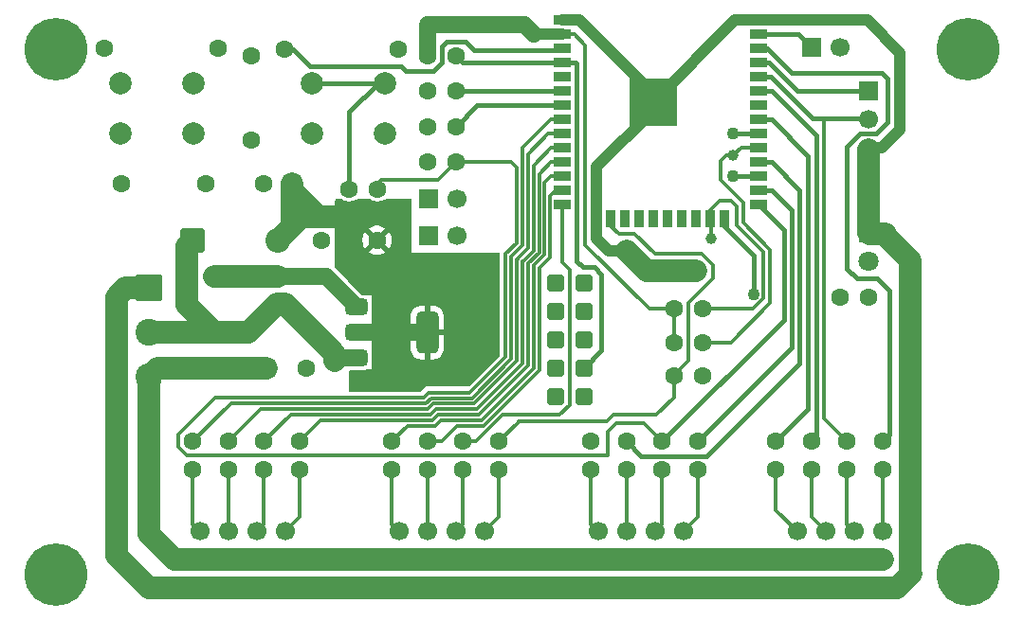
<source format=gtl>
G04 #@! TF.GenerationSoftware,KiCad,Pcbnew,9.0.6*
G04 #@! TF.CreationDate,2026-01-30T16:54:02+01:00*
G04 #@! TF.ProjectId,ESP32_PWM_PCB_large,45535033-325f-4505-974d-5f5043425f6c,1.0*
G04 #@! TF.SameCoordinates,Original*
G04 #@! TF.FileFunction,Copper,L1,Top*
G04 #@! TF.FilePolarity,Positive*
%FSLAX46Y46*%
G04 Gerber Fmt 4.6, Leading zero omitted, Abs format (unit mm)*
G04 Created by KiCad (PCBNEW 9.0.6) date 2026-01-30 16:54:02*
%MOMM*%
%LPD*%
G01*
G04 APERTURE LIST*
G04 Aperture macros list*
%AMRoundRect*
0 Rectangle with rounded corners*
0 $1 Rounding radius*
0 $2 $3 $4 $5 $6 $7 $8 $9 X,Y pos of 4 corners*
0 Add a 4 corners polygon primitive as box body*
4,1,4,$2,$3,$4,$5,$6,$7,$8,$9,$2,$3,0*
0 Add four circle primitives for the rounded corners*
1,1,$1+$1,$2,$3*
1,1,$1+$1,$4,$5*
1,1,$1+$1,$6,$7*
1,1,$1+$1,$8,$9*
0 Add four rect primitives between the rounded corners*
20,1,$1+$1,$2,$3,$4,$5,0*
20,1,$1+$1,$4,$5,$6,$7,0*
20,1,$1+$1,$6,$7,$8,$9,0*
20,1,$1+$1,$8,$9,$2,$3,0*%
G04 Aperture macros list end*
G04 #@! TA.AperFunction,ComponentPad*
%ADD10C,1.600000*%
G04 #@! TD*
G04 #@! TA.AperFunction,ComponentPad*
%ADD11R,1.700000X1.700000*%
G04 #@! TD*
G04 #@! TA.AperFunction,ComponentPad*
%ADD12C,1.700000*%
G04 #@! TD*
G04 #@! TA.AperFunction,ComponentPad*
%ADD13RoundRect,0.236220X-0.513780X-0.513780X0.513780X-0.513780X0.513780X0.513780X-0.513780X0.513780X0*%
G04 #@! TD*
G04 #@! TA.AperFunction,ComponentPad*
%ADD14RoundRect,0.250000X0.550000X-0.550000X0.550000X0.550000X-0.550000X0.550000X-0.550000X-0.550000X0*%
G04 #@! TD*
G04 #@! TA.AperFunction,ComponentPad*
%ADD15C,3.600000*%
G04 #@! TD*
G04 #@! TA.AperFunction,ConnectorPad*
%ADD16C,5.600000*%
G04 #@! TD*
G04 #@! TA.AperFunction,ComponentPad*
%ADD17RoundRect,0.250000X-0.550000X-0.550000X0.550000X-0.550000X0.550000X0.550000X-0.550000X0.550000X0*%
G04 #@! TD*
G04 #@! TA.AperFunction,SMDPad,CuDef*
%ADD18R,1.500000X0.900000*%
G04 #@! TD*
G04 #@! TA.AperFunction,SMDPad,CuDef*
%ADD19R,0.900000X1.500000*%
G04 #@! TD*
G04 #@! TA.AperFunction,SMDPad,CuDef*
%ADD20R,1.050000X1.050000*%
G04 #@! TD*
G04 #@! TA.AperFunction,HeatsinkPad*
%ADD21C,0.600000*%
G04 #@! TD*
G04 #@! TA.AperFunction,HeatsinkPad*
%ADD22R,4.200000X4.200000*%
G04 #@! TD*
G04 #@! TA.AperFunction,ComponentPad*
%ADD23RoundRect,0.250001X-0.949999X0.949999X-0.949999X-0.949999X0.949999X-0.949999X0.949999X0.949999X0*%
G04 #@! TD*
G04 #@! TA.AperFunction,ComponentPad*
%ADD24C,2.400000*%
G04 #@! TD*
G04 #@! TA.AperFunction,SMDPad,CuDef*
%ADD25RoundRect,0.375000X-0.625000X-0.375000X0.625000X-0.375000X0.625000X0.375000X-0.625000X0.375000X0*%
G04 #@! TD*
G04 #@! TA.AperFunction,SMDPad,CuDef*
%ADD26RoundRect,0.500000X-0.500000X-1.400000X0.500000X-1.400000X0.500000X1.400000X-0.500000X1.400000X0*%
G04 #@! TD*
G04 #@! TA.AperFunction,ComponentPad*
%ADD27C,2.000000*%
G04 #@! TD*
G04 #@! TA.AperFunction,ComponentPad*
%ADD28RoundRect,0.250000X0.550000X0.550000X-0.550000X0.550000X-0.550000X-0.550000X0.550000X-0.550000X0*%
G04 #@! TD*
G04 #@! TA.AperFunction,ComponentPad*
%ADD29RoundRect,0.249999X-0.850001X-0.850001X0.850001X-0.850001X0.850001X0.850001X-0.850001X0.850001X0*%
G04 #@! TD*
G04 #@! TA.AperFunction,ComponentPad*
%ADD30C,2.200000*%
G04 #@! TD*
G04 #@! TA.AperFunction,ComponentPad*
%ADD31R,1.800000X1.800000*%
G04 #@! TD*
G04 #@! TA.AperFunction,ComponentPad*
%ADD32C,1.800000*%
G04 #@! TD*
G04 #@! TA.AperFunction,ViaPad*
%ADD33C,1.000000*%
G04 #@! TD*
G04 #@! TA.AperFunction,ViaPad*
%ADD34C,1.100000*%
G04 #@! TD*
G04 #@! TA.AperFunction,Conductor*
%ADD35C,1.000000*%
G04 #@! TD*
G04 #@! TA.AperFunction,Conductor*
%ADD36C,2.000000*%
G04 #@! TD*
G04 #@! TA.AperFunction,Conductor*
%ADD37C,1.500000*%
G04 #@! TD*
G04 #@! TA.AperFunction,Conductor*
%ADD38C,0.300000*%
G04 #@! TD*
G04 #@! TA.AperFunction,Conductor*
%ADD39C,0.400000*%
G04 #@! TD*
G04 APERTURE END LIST*
D10*
G04 #@! TO.P,C7,1*
G04 #@! TO.N,+5V*
X144145000Y-83780000D03*
G04 #@! TO.P,C7,2*
G04 #@! TO.N,GND*
X144145000Y-78780000D03*
G04 #@! TD*
G04 #@! TO.P,R25,1*
G04 #@! TO.N,Net-(U1-IO13)*
X185200000Y-87700000D03*
G04 #@! TO.P,R25,2*
G04 #@! TO.N,GND*
X187740000Y-87700000D03*
G04 #@! TD*
D11*
G04 #@! TO.P,J5,1,Pin_1*
G04 #@! TO.N,+5C*
X196215000Y-104140000D03*
D12*
G04 #@! TO.P,J5,2,Pin_2*
G04 #@! TO.N,Net-(J5-Pin_2)*
X196215000Y-101600000D03*
G04 #@! TO.P,J5,3,Pin_3*
G04 #@! TO.N,+5C*
X198755000Y-104140000D03*
G04 #@! TO.P,J5,4,Pin_4*
G04 #@! TO.N,Net-(J5-Pin_4)*
X198755000Y-101600000D03*
G04 #@! TO.P,J5,5,Pin_5*
G04 #@! TO.N,+5C*
X201295000Y-104140000D03*
G04 #@! TO.P,J5,6,Pin_6*
G04 #@! TO.N,Net-(J5-Pin_6)*
X201295000Y-101600000D03*
G04 #@! TO.P,J5,7,Pin_7*
G04 #@! TO.N,+5C*
X203835000Y-104140000D03*
G04 #@! TO.P,J5,8,Pin_8*
G04 #@! TO.N,Net-(J5-Pin_8)*
X203835000Y-101600000D03*
G04 #@! TD*
D10*
G04 #@! TO.P,R14,1*
G04 #@! TO.N,Net-(U1-IO17)*
X180975000Y-93570000D03*
G04 #@! TO.P,R14,2*
G04 #@! TO.N,Net-(J4-Pin_4)*
X180975000Y-96110000D03*
G04 #@! TD*
G04 #@! TO.P,R3,1*
G04 #@! TO.N,Net-(D1-A)*
X202565000Y-80645000D03*
G04 #@! TO.P,R3,2*
G04 #@! TO.N,Net-(U1-IO2)*
X200025000Y-80645000D03*
G04 #@! TD*
D11*
G04 #@! TO.P,J4,1,Pin_1*
G04 #@! TO.N,+5C*
X178435000Y-104140000D03*
D12*
G04 #@! TO.P,J4,2,Pin_2*
G04 #@! TO.N,Net-(J4-Pin_2)*
X178435000Y-101600000D03*
G04 #@! TO.P,J4,3,Pin_3*
G04 #@! TO.N,+5C*
X180975000Y-104140000D03*
G04 #@! TO.P,J4,4,Pin_4*
G04 #@! TO.N,Net-(J4-Pin_4)*
X180975000Y-101600000D03*
G04 #@! TO.P,J4,5,Pin_5*
G04 #@! TO.N,+5C*
X183515000Y-104140000D03*
G04 #@! TO.P,J4,6,Pin_6*
G04 #@! TO.N,Net-(J4-Pin_6)*
X183515000Y-101600000D03*
G04 #@! TO.P,J4,7,Pin_7*
G04 #@! TO.N,+5C*
X186055000Y-104140000D03*
G04 #@! TO.P,J4,8,Pin_8*
G04 #@! TO.N,Net-(J4-Pin_8)*
X186055000Y-101600000D03*
G04 #@! TD*
D11*
G04 #@! TO.P,J10,1,Pin_1*
G04 #@! TO.N,Net-(J10-Pin_1)*
X202565000Y-62230000D03*
D12*
G04 #@! TO.P,J10,2,Pin_2*
G04 #@! TO.N,Net-(J10-Pin_2)*
X202565000Y-64770000D03*
G04 #@! TO.P,J10,3,Pin_3*
G04 #@! TO.N,GND*
X202565000Y-67310000D03*
G04 #@! TD*
D10*
G04 #@! TO.P,C3,1*
G04 #@! TO.N,Net-(C3-Pad1)*
X147500000Y-59100000D03*
G04 #@! TO.P,C3,2*
G04 #@! TO.N,GND*
X147500000Y-66600000D03*
G04 #@! TD*
G04 #@! TO.P,R12,1*
G04 #@! TO.N,Net-(U1-IO13)*
X169545000Y-93570000D03*
G04 #@! TO.P,R12,2*
G04 #@! TO.N,Net-(J3-Pin_8)*
X169545000Y-96110000D03*
G04 #@! TD*
D11*
G04 #@! TO.P,J8,1,Pin_1*
G04 #@! TO.N,GND*
X178435000Y-106680000D03*
D12*
G04 #@! TO.P,J8,2,Pin_2*
X180975000Y-106680000D03*
G04 #@! TO.P,J8,3,Pin_3*
X183515000Y-106680000D03*
G04 #@! TO.P,J8,4,Pin_4*
X186055000Y-106680000D03*
G04 #@! TD*
D11*
G04 #@! TO.P,JP1,1,A*
G04 #@! TO.N,Net-(JP1-A)*
X197500000Y-58300000D03*
D12*
G04 #@! TO.P,JP1,2,B*
G04 #@! TO.N,Net-(J1-MOSI)*
X200040000Y-58300000D03*
G04 #@! TD*
D13*
G04 #@! TO.P,J1,1,GND*
G04 #@! TO.N,GND*
X174625000Y-79375000D03*
G04 #@! TO.P,J1,2,SCLK*
G04 #@! TO.N,Net-(J1-SCLK)*
X177165000Y-79375000D03*
G04 #@! TO.P,J1,3,INT*
G04 #@! TO.N,unconnected-(J1-INT-Pad3)*
X174625000Y-81915000D03*
G04 #@! TO.P,J1,4,SCS*
G04 #@! TO.N,Net-(J1-SCS)*
X177165000Y-81915000D03*
G04 #@! TO.P,J1,5,RST*
G04 #@! TO.N,Net-(J1-RST)*
X174625000Y-84455000D03*
G04 #@! TO.P,J1,6,MOSI*
G04 #@! TO.N,Net-(J1-MOSI)*
X177165000Y-84455000D03*
G04 #@! TO.P,J1,7,GND*
G04 #@! TO.N,GND*
X174625000Y-86995000D03*
G04 #@! TO.P,J1,8,MISO*
G04 #@! TO.N,Net-(J1-MISO)*
X177165000Y-86995000D03*
G04 #@! TO.P,J1,9,5V*
G04 #@! TO.N,+5V*
X174625000Y-89535000D03*
G04 #@! TO.P,J1,10,3.3V*
G04 #@! TO.N,unconnected-(J1-3.3V-Pad10)*
X177165000Y-89535000D03*
G04 #@! TD*
D10*
G04 #@! TO.P,R23,1*
G04 #@! TO.N,+3.3V*
X163195000Y-68580000D03*
G04 #@! TO.P,R23,2*
G04 #@! TO.N,Net-(U1-IO0)*
X165735000Y-68580000D03*
G04 #@! TD*
D14*
G04 #@! TO.P,C4,1*
G04 #@! TO.N,+5V*
X149860000Y-81280000D03*
D10*
G04 #@! TO.P,C4,2*
G04 #@! TO.N,GND*
X149860000Y-78780000D03*
G04 #@! TD*
G04 #@! TO.P,R9,1*
G04 #@! TO.N,Net-(U1-IO27)*
X160020000Y-93570000D03*
G04 #@! TO.P,R9,2*
G04 #@! TO.N,Net-(J3-Pin_2)*
X160020000Y-96110000D03*
G04 #@! TD*
D15*
G04 #@! TO.P,REF\u002A\u002A,1*
G04 #@! TO.N,N/C*
X130000000Y-105500000D03*
D16*
X130000000Y-105500000D03*
G04 #@! TD*
D10*
G04 #@! TO.P,R26,1*
G04 #@! TO.N,+3.3V*
X185200000Y-81700000D03*
G04 #@! TO.P,R26,2*
G04 #@! TO.N,Net-(U1-IO15)*
X187740000Y-81700000D03*
G04 #@! TD*
G04 #@! TO.P,R5,1*
G04 #@! TO.N,Net-(U1-IO32)*
X142240000Y-93570000D03*
G04 #@! TO.P,R5,2*
G04 #@! TO.N,Net-(J2-Pin_2)*
X142240000Y-96110000D03*
G04 #@! TD*
G04 #@! TO.P,R11,1*
G04 #@! TO.N,Net-(U1-IO12)*
X166380000Y-93570000D03*
G04 #@! TO.P,R11,2*
G04 #@! TO.N,Net-(J3-Pin_6)*
X166380000Y-96110000D03*
G04 #@! TD*
D17*
G04 #@! TO.P,C1,1*
G04 #@! TO.N,+5C*
X148842349Y-86995000D03*
D10*
G04 #@! TO.P,C1,2*
G04 #@! TO.N,GND*
X152342349Y-86995000D03*
G04 #@! TD*
G04 #@! TO.P,C2,1*
G04 #@! TO.N,Net-(C2-Pad1)*
X135890000Y-70485000D03*
G04 #@! TO.P,C2,2*
G04 #@! TO.N,GND*
X143390000Y-70485000D03*
G04 #@! TD*
G04 #@! TO.P,R13,1*
G04 #@! TO.N,Net-(U1-IO15)*
X177800000Y-93570000D03*
G04 #@! TO.P,R13,2*
G04 #@! TO.N,Net-(J4-Pin_2)*
X177800000Y-96110000D03*
G04 #@! TD*
G04 #@! TO.P,R21,1*
G04 #@! TO.N,Net-(U1-EN)*
X144500000Y-58400000D03*
G04 #@! TO.P,R21,2*
G04 #@! TO.N,Net-(C2-Pad1)*
X134340000Y-58400000D03*
G04 #@! TD*
D18*
G04 #@! TO.P,U1,1,GND*
G04 #@! TO.N,GND*
X175260000Y-55880000D03*
G04 #@! TO.P,U1,2,VDD*
G04 #@! TO.N,+3.3V*
X175260000Y-57150000D03*
G04 #@! TO.P,U1,3,EN*
G04 #@! TO.N,Net-(U1-EN)*
X175260000Y-58420000D03*
G04 #@! TO.P,U1,4,SENSOR_VP*
G04 #@! TO.N,Net-(J1-MISO)*
X175260000Y-59690000D03*
G04 #@! TO.P,U1,5,SENSOR_VN*
G04 #@! TO.N,unconnected-(U1-SENSOR_VN-Pad5)*
X175260000Y-60960000D03*
G04 #@! TO.P,U1,6,IO34*
G04 #@! TO.N,Net-(JP3-B)*
X175260000Y-62230000D03*
G04 #@! TO.P,U1,7,IO35*
G04 #@! TO.N,Net-(JP2-B)*
X175260000Y-63500000D03*
G04 #@! TO.P,U1,8,IO32*
G04 #@! TO.N,Net-(U1-IO32)*
X175260000Y-64770000D03*
G04 #@! TO.P,U1,9,IO33*
G04 #@! TO.N,Net-(U1-IO33)*
X175260000Y-66040000D03*
G04 #@! TO.P,U1,10,IO25*
G04 #@! TO.N,Net-(U1-IO25)*
X175260000Y-67310000D03*
G04 #@! TO.P,U1,11,IO26*
G04 #@! TO.N,Net-(U1-IO26)*
X175260000Y-68580000D03*
G04 #@! TO.P,U1,12,IO27*
G04 #@! TO.N,Net-(U1-IO27)*
X175260000Y-69850000D03*
G04 #@! TO.P,U1,13,IO14*
G04 #@! TO.N,Net-(U1-IO14)*
X175260000Y-71120000D03*
G04 #@! TO.P,U1,14,IO12*
G04 #@! TO.N,Net-(U1-IO12)*
X175260000Y-72390000D03*
D19*
G04 #@! TO.P,U1,15,GND*
G04 #@! TO.N,GND*
X178300000Y-73640000D03*
G04 #@! TO.P,U1,16,IO13*
G04 #@! TO.N,Net-(U1-IO13)*
X179570000Y-73640000D03*
G04 #@! TO.P,U1,17,SHD/SD2*
G04 #@! TO.N,unconnected-(U1-SHD{slash}SD2-Pad17)*
X180840000Y-73640000D03*
G04 #@! TO.P,U1,18,SWP/SD3*
G04 #@! TO.N,unconnected-(U1-SWP{slash}SD3-Pad18)*
X182110000Y-73640000D03*
G04 #@! TO.P,U1,19,SCS/CMD*
G04 #@! TO.N,unconnected-(U1-SCS{slash}CMD-Pad19)*
X183380000Y-73640000D03*
G04 #@! TO.P,U1,20,SCK/CLK*
G04 #@! TO.N,unconnected-(U1-SCK{slash}CLK-Pad20)*
X184650000Y-73640000D03*
G04 #@! TO.P,U1,21,SDO/SD0*
G04 #@! TO.N,unconnected-(U1-SDO{slash}SD0-Pad21)*
X185920000Y-73640000D03*
G04 #@! TO.P,U1,22,SDI/SD1*
G04 #@! TO.N,unconnected-(U1-SDI{slash}SD1-Pad22)*
X187190000Y-73640000D03*
G04 #@! TO.P,U1,23,IO15*
G04 #@! TO.N,Net-(U1-IO15)*
X188460000Y-73640000D03*
G04 #@! TO.P,U1,24,IO2*
G04 #@! TO.N,Net-(U1-IO2)*
X189730000Y-73640000D03*
D18*
G04 #@! TO.P,U1,25,IO0*
G04 #@! TO.N,Net-(U1-IO0)*
X192760000Y-72390000D03*
G04 #@! TO.P,U1,26,IO4*
G04 #@! TO.N,Net-(U1-IO4)*
X192760000Y-71120000D03*
G04 #@! TO.P,U1,27,IO16*
G04 #@! TO.N,Net-(J1-RST)*
X192760000Y-69850000D03*
G04 #@! TO.P,U1,28,IO17*
G04 #@! TO.N,Net-(U1-IO17)*
X192760000Y-68580000D03*
G04 #@! TO.P,U1,29,IO5*
G04 #@! TO.N,Net-(J1-SCS)*
X192760000Y-67310000D03*
G04 #@! TO.P,U1,30,IO18*
G04 #@! TO.N,Net-(J1-SCLK)*
X192760000Y-66040000D03*
G04 #@! TO.P,U1,31,IO19*
G04 #@! TO.N,Net-(U1-IO19)*
X192760000Y-64770000D03*
G04 #@! TO.P,U1,32,NC*
G04 #@! TO.N,unconnected-(U1-NC-Pad32)*
X192760000Y-63500000D03*
G04 #@! TO.P,U1,33,IO21*
G04 #@! TO.N,Net-(U1-IO21)*
X192760000Y-62230000D03*
G04 #@! TO.P,U1,34,RXD0/IO3*
G04 #@! TO.N,Net-(J10-Pin_2)*
X192760000Y-60960000D03*
G04 #@! TO.P,U1,35,TXD0/IO1*
G04 #@! TO.N,Net-(J10-Pin_1)*
X192760000Y-59690000D03*
G04 #@! TO.P,U1,36,IO22*
G04 #@! TO.N,Net-(U1-IO22)*
X192760000Y-58420000D03*
G04 #@! TO.P,U1,37,IO23*
G04 #@! TO.N,Net-(JP1-A)*
X192760000Y-57150000D03*
G04 #@! TO.P,U1,38,GND*
G04 #@! TO.N,GND*
X192760000Y-55880000D03*
D20*
G04 #@! TO.P,U1,39,GND*
X181805000Y-61695000D03*
D21*
X181805000Y-62457500D03*
D20*
X181805000Y-63220000D03*
D21*
X181805000Y-63982500D03*
D20*
X181805000Y-64745000D03*
D21*
X182567500Y-61695000D03*
X182567500Y-63220000D03*
X182567500Y-64745000D03*
D20*
X183330000Y-61695000D03*
D21*
X183330000Y-62457500D03*
D20*
X183330000Y-63220000D03*
D22*
X183330000Y-63220000D03*
D21*
X183330000Y-63982500D03*
D20*
X183330000Y-64745000D03*
D21*
X184092500Y-61695000D03*
X184092500Y-63220000D03*
X184092500Y-64745000D03*
D20*
X184855000Y-61695000D03*
D21*
X184855000Y-62457500D03*
D20*
X184855000Y-63220000D03*
D21*
X184855000Y-63982500D03*
D20*
X184855000Y-64745000D03*
G04 #@! TD*
D10*
G04 #@! TO.P,R15,1*
G04 #@! TO.N,Net-(U1-IO0)*
X184150000Y-93570000D03*
G04 #@! TO.P,R15,2*
G04 #@! TO.N,Net-(J4-Pin_6)*
X184150000Y-96110000D03*
G04 #@! TD*
G04 #@! TO.P,R20,1*
G04 #@! TO.N,Net-(U1-IO22)*
X203860400Y-93570000D03*
G04 #@! TO.P,R20,2*
G04 #@! TO.N,Net-(J5-Pin_8)*
X203860400Y-96110000D03*
G04 #@! TD*
D23*
G04 #@! TO.P,J11,1,Pin_1*
G04 #@! TO.N,GND*
X138312500Y-79860000D03*
D24*
G04 #@! TO.P,J11,2,Pin_2*
G04 #@! TO.N,+5V*
X138312500Y-83820000D03*
G04 #@! TO.P,J11,3,Pin_3*
G04 #@! TO.N,+5C*
X138312500Y-87780000D03*
G04 #@! TD*
D25*
G04 #@! TO.P,U2,1,GND*
G04 #@! TO.N,GND*
X156870000Y-81520000D03*
G04 #@! TO.P,U2,2,VO*
G04 #@! TO.N,+3.3V*
X156870000Y-83820000D03*
D26*
X163170000Y-83820000D03*
D25*
G04 #@! TO.P,U2,3,VI*
G04 #@! TO.N,+5V*
X156870000Y-86120000D03*
G04 #@! TD*
D10*
G04 #@! TO.P,R22,1*
G04 #@! TO.N,+3.3V*
X160600000Y-58500000D03*
G04 #@! TO.P,R22,2*
G04 #@! TO.N,Net-(U1-EN)*
X150440000Y-58500000D03*
G04 #@! TD*
D11*
G04 #@! TO.P,JP3,1,A*
G04 #@! TO.N,GND*
X163322000Y-75184000D03*
D12*
G04 #@! TO.P,JP3,2,B*
G04 #@! TO.N,Net-(JP3-B)*
X165862000Y-75184000D03*
G04 #@! TD*
D10*
G04 #@! TO.P,R10,1*
G04 #@! TO.N,Net-(U1-IO14)*
X163195000Y-93570000D03*
G04 #@! TO.P,R10,2*
G04 #@! TO.N,Net-(J3-Pin_4)*
X163195000Y-96110000D03*
G04 #@! TD*
D27*
G04 #@! TO.P,SW2,1,1*
G04 #@! TO.N,Net-(C3-Pad1)*
X152885000Y-61500000D03*
X159385000Y-61500000D03*
G04 #@! TO.P,SW2,2,2*
G04 #@! TO.N,GND*
X152885000Y-66000000D03*
X159385000Y-66000000D03*
G04 #@! TD*
D10*
G04 #@! TO.P,C6,1*
G04 #@! TO.N,+3.3V*
X158685000Y-75565000D03*
G04 #@! TO.P,C6,2*
G04 #@! TO.N,GND*
X153685000Y-75565000D03*
G04 #@! TD*
D11*
G04 #@! TO.P,J3,1,Pin_1*
G04 #@! TO.N,+5C*
X160655000Y-104140000D03*
D12*
G04 #@! TO.P,J3,2,Pin_2*
G04 #@! TO.N,Net-(J3-Pin_2)*
X160655000Y-101600000D03*
G04 #@! TO.P,J3,3,Pin_3*
G04 #@! TO.N,+5C*
X163195000Y-104140000D03*
G04 #@! TO.P,J3,4,Pin_4*
G04 #@! TO.N,Net-(J3-Pin_4)*
X163195000Y-101600000D03*
G04 #@! TO.P,J3,5,Pin_5*
G04 #@! TO.N,+5C*
X165735000Y-104140000D03*
G04 #@! TO.P,J3,6,Pin_6*
G04 #@! TO.N,Net-(J3-Pin_6)*
X165735000Y-101600000D03*
G04 #@! TO.P,J3,7,Pin_7*
G04 #@! TO.N,+5C*
X168275000Y-104140000D03*
G04 #@! TO.P,J3,8,Pin_8*
G04 #@! TO.N,Net-(J3-Pin_8)*
X168275000Y-101600000D03*
G04 #@! TD*
D11*
G04 #@! TO.P,J7,1,Pin_1*
G04 #@! TO.N,GND*
X160655000Y-106680000D03*
D12*
G04 #@! TO.P,J7,2,Pin_2*
X163195000Y-106680000D03*
G04 #@! TO.P,J7,3,Pin_3*
X165735000Y-106680000D03*
G04 #@! TO.P,J7,4,Pin_4*
X168275000Y-106680000D03*
G04 #@! TD*
D15*
G04 #@! TO.P,REF\u002A\u002A,1*
G04 #@! TO.N,N/C*
X211500000Y-58500000D03*
D16*
X211500000Y-58500000D03*
G04 #@! TD*
D10*
G04 #@! TO.P,R6,1*
G04 #@! TO.N,Net-(U1-IO33)*
X145415000Y-93570000D03*
G04 #@! TO.P,R6,2*
G04 #@! TO.N,Net-(J2-Pin_4)*
X145415000Y-96110000D03*
G04 #@! TD*
G04 #@! TO.P,R24,1*
G04 #@! TO.N,Net-(U1-IO0)*
X158750000Y-71000000D03*
G04 #@! TO.P,R24,2*
G04 #@! TO.N,Net-(C3-Pad1)*
X156210000Y-71000000D03*
G04 #@! TD*
D11*
G04 #@! TO.P,JP2,1,A*
G04 #@! TO.N,GND*
X163322000Y-71882000D03*
D12*
G04 #@! TO.P,JP2,2,B*
G04 #@! TO.N,Net-(JP2-B)*
X165862000Y-71882000D03*
G04 #@! TD*
D28*
G04 #@! TO.P,C5,1*
G04 #@! TO.N,+3.3V*
X151090000Y-70485000D03*
D10*
G04 #@! TO.P,C5,2*
G04 #@! TO.N,GND*
X148590000Y-70485000D03*
G04 #@! TD*
D11*
G04 #@! TO.P,J6,1,Pin_1*
G04 #@! TO.N,GND*
X142875000Y-106680000D03*
D12*
G04 #@! TO.P,J6,2,Pin_2*
X145415000Y-106680000D03*
G04 #@! TO.P,J6,3,Pin_3*
X147955000Y-106680000D03*
G04 #@! TO.P,J6,4,Pin_4*
X150495000Y-106680000D03*
G04 #@! TD*
D10*
G04 #@! TO.P,R27,1*
G04 #@! TO.N,Net-(J1-SCS)*
X187740000Y-84700000D03*
G04 #@! TO.P,R27,2*
G04 #@! TO.N,+3.3V*
X185200000Y-84700000D03*
G04 #@! TD*
D15*
G04 #@! TO.P,REF\u002A\u002A,1*
G04 #@! TO.N,N/C*
X130000000Y-58500000D03*
D16*
X130000000Y-58500000D03*
G04 #@! TD*
D10*
G04 #@! TO.P,R19,1*
G04 #@! TO.N,Net-(J10-Pin_2)*
X200660000Y-93570000D03*
G04 #@! TO.P,R19,2*
G04 #@! TO.N,Net-(J5-Pin_6)*
X200660000Y-96110000D03*
G04 #@! TD*
D29*
G04 #@! TO.P,D2,1,K*
G04 #@! TO.N,+5V*
X142240000Y-75565000D03*
D30*
G04 #@! TO.P,D2,2,A*
G04 #@! TO.N,+3.3V*
X149860000Y-75565000D03*
G04 #@! TD*
D10*
G04 #@! TO.P,R4,1*
G04 #@! TO.N,+3.3V*
X163195000Y-59055000D03*
G04 #@! TO.P,R4,2*
G04 #@! TO.N,Net-(J1-MISO)*
X165735000Y-59055000D03*
G04 #@! TD*
G04 #@! TO.P,R1,1*
G04 #@! TO.N,+3.3V*
X163195000Y-65405000D03*
G04 #@! TO.P,R1,2*
G04 #@! TO.N,Net-(JP2-B)*
X165735000Y-65405000D03*
G04 #@! TD*
G04 #@! TO.P,R2,1*
G04 #@! TO.N,+3.3V*
X163195000Y-62230000D03*
G04 #@! TO.P,R2,2*
G04 #@! TO.N,Net-(JP3-B)*
X165735000Y-62230000D03*
G04 #@! TD*
D31*
G04 #@! TO.P,D1,1,K*
G04 #@! TO.N,GND*
X202565000Y-74930000D03*
D32*
G04 #@! TO.P,D1,2,A*
G04 #@! TO.N,Net-(D1-A)*
X202565000Y-77470000D03*
G04 #@! TD*
D10*
G04 #@! TO.P,R18,1*
G04 #@! TO.N,Net-(U1-IO21)*
X197485000Y-93570000D03*
G04 #@! TO.P,R18,2*
G04 #@! TO.N,Net-(J5-Pin_4)*
X197485000Y-96110000D03*
G04 #@! TD*
D27*
G04 #@! TO.P,SW1,1,1*
G04 #@! TO.N,Net-(C2-Pad1)*
X135800000Y-61500000D03*
X142300000Y-61500000D03*
G04 #@! TO.P,SW1,2,2*
G04 #@! TO.N,GND*
X135800000Y-66000000D03*
X142300000Y-66000000D03*
G04 #@! TD*
D10*
G04 #@! TO.P,R16,1*
G04 #@! TO.N,Net-(U1-IO4)*
X187325000Y-93570000D03*
G04 #@! TO.P,R16,2*
G04 #@! TO.N,Net-(J4-Pin_8)*
X187325000Y-96110000D03*
G04 #@! TD*
G04 #@! TO.P,R8,1*
G04 #@! TO.N,Net-(U1-IO26)*
X151765000Y-93570000D03*
G04 #@! TO.P,R8,2*
G04 #@! TO.N,Net-(J2-Pin_8)*
X151765000Y-96110000D03*
G04 #@! TD*
G04 #@! TO.P,R7,1*
G04 #@! TO.N,Net-(U1-IO25)*
X148590000Y-93570000D03*
G04 #@! TO.P,R7,2*
G04 #@! TO.N,Net-(J2-Pin_6)*
X148590000Y-96110000D03*
G04 #@! TD*
D11*
G04 #@! TO.P,J9,1,Pin_1*
G04 #@! TO.N,GND*
X196215000Y-106680000D03*
D12*
G04 #@! TO.P,J9,2,Pin_2*
X198755000Y-106680000D03*
G04 #@! TO.P,J9,3,Pin_3*
X201295000Y-106680000D03*
G04 #@! TO.P,J9,4,Pin_4*
X203835000Y-106680000D03*
G04 #@! TD*
D11*
G04 #@! TO.P,J2,1,Pin_1*
G04 #@! TO.N,+5C*
X142875000Y-104140000D03*
D12*
G04 #@! TO.P,J2,2,Pin_2*
G04 #@! TO.N,Net-(J2-Pin_2)*
X142875000Y-101600000D03*
G04 #@! TO.P,J2,3,Pin_3*
G04 #@! TO.N,+5C*
X145415000Y-104140000D03*
G04 #@! TO.P,J2,4,Pin_4*
G04 #@! TO.N,Net-(J2-Pin_4)*
X145415000Y-101600000D03*
G04 #@! TO.P,J2,5,Pin_5*
G04 #@! TO.N,+5C*
X147955000Y-104140000D03*
G04 #@! TO.P,J2,6,Pin_6*
G04 #@! TO.N,Net-(J2-Pin_6)*
X147955000Y-101600000D03*
G04 #@! TO.P,J2,7,Pin_7*
G04 #@! TO.N,+5C*
X150495000Y-104140000D03*
G04 #@! TO.P,J2,8,Pin_8*
G04 #@! TO.N,Net-(J2-Pin_8)*
X150495000Y-101600000D03*
G04 #@! TD*
D10*
G04 #@! TO.P,R17,1*
G04 #@! TO.N,Net-(U1-IO19)*
X194310000Y-93570000D03*
G04 #@! TO.P,R17,2*
G04 #@! TO.N,Net-(J5-Pin_2)*
X194310000Y-96110000D03*
G04 #@! TD*
D15*
G04 #@! TO.P,REF\u002A\u002A,1*
G04 #@! TO.N,N/C*
X211500000Y-105500000D03*
D16*
X211500000Y-105500000D03*
G04 #@! TD*
D33*
G04 #@! TO.N,GND*
X181000000Y-76500000D03*
X187200000Y-78300000D03*
D34*
G04 #@! TO.N,+5V*
X154940000Y-86360000D03*
G04 #@! TO.N,Net-(J1-RST)*
X190500000Y-69850000D03*
G04 #@! TO.N,Net-(J1-SCLK)*
X190500000Y-66040000D03*
D33*
G04 #@! TO.N,Net-(J1-SCS)*
X190500000Y-68000000D03*
D34*
G04 #@! TO.N,Net-(U1-IO2)*
X192300000Y-80400000D03*
D33*
G04 #@! TO.N,Net-(U1-IO15)*
X188500000Y-75400000D03*
G04 #@! TD*
D35*
G04 #@! TO.N,GND*
X179410000Y-76500000D02*
X181000000Y-76500000D01*
D36*
X206400000Y-105400000D02*
X206300000Y-105300000D01*
D35*
X203767081Y-67310000D02*
X202565000Y-67310000D01*
D36*
X135400000Y-103800000D02*
X138280000Y-106680000D01*
X135400000Y-80700000D02*
X135400000Y-103800000D01*
D35*
X205400000Y-58800000D02*
X205400000Y-65677081D01*
X175260000Y-55880000D02*
X176752500Y-55880000D01*
X178300000Y-75390000D02*
X179410000Y-76500000D01*
D36*
X147955000Y-106680000D02*
X150495000Y-106680000D01*
D35*
X192760000Y-55880000D02*
X202480000Y-55880000D01*
D36*
X196215000Y-106680000D02*
X198755000Y-106680000D01*
D37*
X156870000Y-81520000D02*
X154130000Y-78780000D01*
D36*
X180975000Y-106680000D02*
X183515000Y-106680000D01*
X198755000Y-106680000D02*
X201295000Y-106680000D01*
X201295000Y-106680000D02*
X203835000Y-106680000D01*
X203835000Y-106680000D02*
X205120000Y-106680000D01*
X183515000Y-106680000D02*
X186055000Y-106680000D01*
X138312500Y-79860000D02*
X136240000Y-79860000D01*
D35*
X178300000Y-69012500D02*
X183330000Y-63982500D01*
D36*
X182800000Y-78300000D02*
X181000000Y-76500000D01*
X165735000Y-106680000D02*
X168275000Y-106680000D01*
X205120000Y-106680000D02*
X206400000Y-105400000D01*
X136240000Y-79860000D02*
X135400000Y-80700000D01*
D35*
X178300000Y-73640000D02*
X178300000Y-75390000D01*
D36*
X204100000Y-75000000D02*
X202635000Y-75000000D01*
D37*
X154130000Y-78780000D02*
X149860000Y-78780000D01*
D36*
X145415000Y-106680000D02*
X147955000Y-106680000D01*
D35*
X190670000Y-55880000D02*
X183330000Y-63220000D01*
D36*
X206300000Y-105300000D02*
X206300000Y-77400000D01*
X204100000Y-75200000D02*
X204100000Y-75000000D01*
D35*
X192760000Y-55880000D02*
X190670000Y-55880000D01*
X202480000Y-55880000D02*
X205400000Y-58800000D01*
D36*
X163195000Y-106680000D02*
X165735000Y-106680000D01*
X187200000Y-78300000D02*
X182800000Y-78300000D01*
X202635000Y-75000000D02*
X202565000Y-74930000D01*
X142875000Y-106680000D02*
X145415000Y-106680000D01*
X186055000Y-106680000D02*
X196215000Y-106680000D01*
D35*
X205400000Y-65677081D02*
X203767081Y-67310000D01*
D36*
X178435000Y-106680000D02*
X180975000Y-106680000D01*
D35*
X178300000Y-73640000D02*
X178300000Y-69012500D01*
D36*
X168275000Y-106680000D02*
X178435000Y-106680000D01*
X202565000Y-74930000D02*
X202565000Y-67460000D01*
X206300000Y-77400000D02*
X204100000Y-75200000D01*
X160655000Y-106680000D02*
X163195000Y-106680000D01*
D35*
X176752500Y-55880000D02*
X183330000Y-62457500D01*
D36*
X144145000Y-78780000D02*
X149860000Y-78780000D01*
X138280000Y-106680000D02*
X142875000Y-106680000D01*
X150495000Y-106680000D02*
X160655000Y-106680000D01*
G04 #@! TO.N,+5C*
X160655000Y-104140000D02*
X150495000Y-104140000D01*
X138312500Y-87780000D02*
X139097500Y-86995000D01*
X138320000Y-87780000D02*
X139105000Y-86995000D01*
X140640000Y-104140000D02*
X138300000Y-101800000D01*
X139097500Y-86995000D02*
X148842349Y-86995000D01*
X142875000Y-104140000D02*
X140640000Y-104140000D01*
X142875000Y-104140000D02*
X203835000Y-104140000D01*
X138312500Y-101787500D02*
X138312500Y-87780000D01*
X138300000Y-101800000D02*
X138312500Y-101787500D01*
G04 #@! TO.N,+5V*
X142240000Y-75565000D02*
X141732000Y-76073000D01*
X149860000Y-81280000D02*
X150495000Y-81280000D01*
X154940000Y-85725000D02*
X154940000Y-86360000D01*
X150495000Y-81280000D02*
X154940000Y-85725000D01*
D37*
X156870000Y-86120000D02*
X155180000Y-86120000D01*
D36*
X144145000Y-83780000D02*
X147220000Y-83780000D01*
X149720000Y-81280000D02*
X149860000Y-81280000D01*
X144105000Y-83820000D02*
X144145000Y-83780000D01*
X141732000Y-76073000D02*
X141732000Y-81367000D01*
D37*
X155180000Y-86120000D02*
X154940000Y-86360000D01*
D36*
X141732000Y-81367000D02*
X144145000Y-83780000D01*
X147220000Y-83780000D02*
X149720000Y-81280000D01*
X138312500Y-83820000D02*
X144105000Y-83820000D01*
D38*
G04 #@! TO.N,+3.3V*
X183000000Y-81700000D02*
X185200000Y-81700000D01*
D37*
X163195000Y-56300000D02*
X171870000Y-56300000D01*
D36*
X155643600Y-73500000D02*
X151925000Y-73500000D01*
D35*
X175260000Y-57150000D02*
X172720000Y-57150000D01*
D36*
X155643600Y-73500000D02*
X156500000Y-73500000D01*
X153500000Y-73500000D02*
X155643600Y-73500000D01*
D38*
X177300000Y-76000000D02*
X183000000Y-81700000D01*
D36*
X149860000Y-75565000D02*
X151090000Y-74335000D01*
D37*
X163195000Y-59055000D02*
X163195000Y-56300000D01*
D36*
X151090000Y-71090000D02*
X153500000Y-73500000D01*
X151090000Y-70485000D02*
X151090000Y-71090000D01*
D37*
X171870000Y-56300000D02*
X172720000Y-57150000D01*
D38*
X175260000Y-57150000D02*
X176310000Y-57150000D01*
X177300000Y-58140000D02*
X177300000Y-76000000D01*
X176310000Y-57150000D02*
X177300000Y-58140000D01*
D37*
X156870000Y-83820000D02*
X163170000Y-83820000D01*
D36*
X151090000Y-74335000D02*
X151090000Y-70485000D01*
X151925000Y-73500000D02*
X151090000Y-74335000D01*
D38*
X185200000Y-81700000D02*
X185200000Y-84700000D01*
D39*
G04 #@! TO.N,Net-(J1-RST)*
X190500000Y-69850000D02*
X192760000Y-69850000D01*
G04 #@! TO.N,Net-(J1-SCLK)*
X190500000Y-66040000D02*
X192760000Y-66040000D01*
D38*
G04 #@! TO.N,Net-(J1-SCS)*
X193800000Y-76400000D02*
X191400000Y-74000000D01*
X191400000Y-72200000D02*
X189400000Y-70200000D01*
X190500000Y-68000000D02*
X191190000Y-67310000D01*
X189400000Y-70200000D02*
X189400000Y-68500000D01*
X193800000Y-81200000D02*
X193800000Y-76400000D01*
X187740000Y-84700000D02*
X190300000Y-84700000D01*
X189400000Y-68500000D02*
X189900000Y-68000000D01*
X191400000Y-74000000D02*
X191400000Y-72200000D01*
X190300000Y-84700000D02*
X193800000Y-81200000D01*
X191190000Y-67310000D02*
X192760000Y-67310000D01*
X189900000Y-68000000D02*
X190500000Y-68000000D01*
G04 #@! TO.N,Net-(J2-Pin_6)*
X148590000Y-96110000D02*
X148590000Y-100965000D01*
X148590000Y-100965000D02*
X147955000Y-101600000D01*
G04 #@! TO.N,Net-(J2-Pin_2)*
X142240000Y-100965000D02*
X142875000Y-101600000D01*
X142240000Y-96110000D02*
X142240000Y-100965000D01*
G04 #@! TO.N,Net-(J2-Pin_8)*
X151765000Y-96110000D02*
X151765000Y-100330000D01*
X151765000Y-100330000D02*
X150495000Y-101600000D01*
G04 #@! TO.N,Net-(J2-Pin_4)*
X145415000Y-96110000D02*
X145415000Y-101600000D01*
G04 #@! TO.N,Net-(J3-Pin_4)*
X163195000Y-96110000D02*
X163195000Y-101600000D01*
G04 #@! TO.N,Net-(J3-Pin_8)*
X169545000Y-100330000D02*
X168275000Y-101600000D01*
X169545000Y-96110000D02*
X169545000Y-100330000D01*
G04 #@! TO.N,Net-(J3-Pin_6)*
X166380000Y-100955000D02*
X165735000Y-101600000D01*
X166380000Y-96110000D02*
X166380000Y-100955000D01*
G04 #@! TO.N,Net-(J3-Pin_2)*
X160020000Y-100965000D02*
X160655000Y-101600000D01*
X160020000Y-96110000D02*
X160020000Y-100965000D01*
G04 #@! TO.N,Net-(J4-Pin_6)*
X184150000Y-100965000D02*
X183515000Y-101600000D01*
X184150000Y-96110000D02*
X184150000Y-100965000D01*
G04 #@! TO.N,Net-(J4-Pin_2)*
X177800000Y-100965000D02*
X178435000Y-101600000D01*
X177800000Y-96110000D02*
X177800000Y-100965000D01*
G04 #@! TO.N,Net-(J4-Pin_4)*
X180975000Y-96110000D02*
X180975000Y-101600000D01*
G04 #@! TO.N,Net-(J4-Pin_8)*
X187325000Y-100330000D02*
X186055000Y-101600000D01*
X187325000Y-96110000D02*
X187325000Y-100330000D01*
G04 #@! TO.N,Net-(J5-Pin_4)*
X197485000Y-96110000D02*
X197485000Y-100330000D01*
X197485000Y-100330000D02*
X198755000Y-101600000D01*
G04 #@! TO.N,Net-(J5-Pin_6)*
X200660000Y-100965000D02*
X201295000Y-101600000D01*
X200660000Y-96110000D02*
X200660000Y-100965000D01*
G04 #@! TO.N,Net-(J5-Pin_8)*
X203860400Y-96110000D02*
X203860400Y-101574600D01*
G04 #@! TO.N,Net-(J5-Pin_2)*
X194310000Y-96110000D02*
X194310000Y-99695000D01*
X194310000Y-99695000D02*
X196215000Y-101600000D01*
D39*
G04 #@! TO.N,Net-(JP1-A)*
X196350000Y-57150000D02*
X192760000Y-57150000D01*
X197500000Y-58300000D02*
X196350000Y-57150000D01*
G04 #@! TO.N,Net-(JP2-B)*
X165735000Y-65405000D02*
X167640000Y-63500000D01*
X167640000Y-63500000D02*
X175260000Y-63500000D01*
G04 #@! TO.N,Net-(JP3-B)*
X165735000Y-62230000D02*
X175260000Y-62230000D01*
G04 #@! TO.N,Net-(U1-IO2)*
X189730000Y-74330000D02*
X189730000Y-73640000D01*
X192300000Y-76900000D02*
X189730000Y-74330000D01*
X192300000Y-80400000D02*
X192300000Y-76900000D01*
D38*
G04 #@! TO.N,Net-(J10-Pin_2)*
X198600000Y-64940000D02*
X198430000Y-64770000D01*
D39*
X193860000Y-60960000D02*
X192760000Y-60960000D01*
D38*
X200660000Y-93570000D02*
X198600000Y-91510000D01*
X198600000Y-91510000D02*
X198600000Y-64940000D01*
D39*
X202495000Y-64700000D02*
X197600000Y-64700000D01*
D38*
X198430000Y-64770000D02*
X202565000Y-64770000D01*
D39*
X197600000Y-64700000D02*
X193860000Y-60960000D01*
G04 #@! TO.N,Net-(J10-Pin_1)*
X202535000Y-62200000D02*
X196200000Y-62200000D01*
X193690000Y-59690000D02*
X192760000Y-59690000D01*
X196200000Y-62200000D02*
X193690000Y-59690000D01*
D38*
G04 #@! TO.N,Net-(U1-IO33)*
X171203000Y-77262480D02*
X171217000Y-77248479D01*
X145415000Y-93570000D02*
X148300000Y-90685000D01*
X148300000Y-90685000D02*
X163245920Y-90685000D01*
X171203000Y-86367000D02*
X171203000Y-77262480D01*
X167378397Y-90191000D02*
X171202699Y-86366699D01*
X171217000Y-77208395D02*
X172155000Y-76270395D01*
X171217000Y-77248479D02*
X171217000Y-77208395D01*
X172155000Y-76270395D02*
X172155000Y-67875000D01*
X163739920Y-90191000D02*
X167378397Y-90191000D01*
X171202699Y-86366699D02*
X171203000Y-86367000D01*
X163245920Y-90685000D02*
X163739920Y-90191000D01*
X173990000Y-66040000D02*
X175260000Y-66040000D01*
X172155000Y-67875000D02*
X173990000Y-66040000D01*
G04 #@! TO.N,Net-(U1-IO32)*
X174210000Y-64770000D02*
X175260000Y-64770000D01*
X167170876Y-89690000D02*
X170688000Y-86172876D01*
X163532400Y-89690000D02*
X167170876Y-89690000D01*
X145640000Y-90170000D02*
X163052400Y-90170000D01*
X142240000Y-93570000D02*
X145640000Y-90170000D01*
X170688000Y-76987860D02*
X171654000Y-76021860D01*
X170688000Y-86172876D02*
X170688000Y-76987860D01*
X171654000Y-67326000D02*
X174210000Y-64770000D01*
X171654000Y-76021860D02*
X171654000Y-67326000D01*
X163052400Y-90170000D02*
X163532400Y-89690000D01*
G04 #@! TO.N,Net-(U1-IO27)*
X161388000Y-92202000D02*
X163854480Y-92202000D01*
X172713000Y-86621000D02*
X172720000Y-86614000D01*
X173658000Y-76892959D02*
X173658000Y-70402000D01*
X172713000Y-86981959D02*
X172713000Y-86621000D01*
X173658000Y-70402000D02*
X174210000Y-69850000D01*
X174210000Y-69850000D02*
X175260000Y-69850000D01*
X163854480Y-92202000D02*
X164362480Y-91694000D01*
X160020000Y-93570000D02*
X161388000Y-92202000D01*
X164362480Y-91694000D02*
X168000961Y-91694000D01*
X168000961Y-91694000D02*
X172713000Y-86981959D01*
X172720000Y-77830959D02*
X173658000Y-76892959D01*
X172720000Y-86614000D02*
X172720000Y-77830959D01*
G04 #@! TO.N,Net-(U1-IO26)*
X172212000Y-77724000D02*
X172219000Y-77717000D01*
X169303437Y-89683000D02*
X169303439Y-89683000D01*
X151765000Y-93570000D02*
X153641000Y-91694000D01*
X164154960Y-91193000D02*
X167793439Y-91193000D01*
X153641000Y-91694000D02*
X163653960Y-91694000D01*
X169303439Y-89683000D02*
X172212000Y-86774439D01*
X167793439Y-91193000D02*
X169303437Y-89683000D01*
X172219000Y-77717000D02*
X172219000Y-77623438D01*
X172212000Y-86774439D02*
X172212000Y-77724000D01*
X173157000Y-69633000D02*
X174210000Y-68580000D01*
X173157000Y-76685439D02*
X173157000Y-69633000D01*
X172219000Y-77623438D02*
X173157000Y-76685439D01*
X174210000Y-68580000D02*
X175260000Y-68580000D01*
X163653960Y-91694000D02*
X164154960Y-91193000D01*
G04 #@! TO.N,Net-(U1-IO25)*
X150974000Y-91186000D02*
X163453441Y-91186000D01*
X172656000Y-68864000D02*
X174210000Y-67310000D01*
X174210000Y-67310000D02*
X175260000Y-67310000D01*
X171704000Y-77470000D02*
X171718000Y-77455999D01*
X163947440Y-90692000D02*
X167585917Y-90692000D01*
X171718000Y-77415916D02*
X172656000Y-76477916D01*
X172656000Y-76477916D02*
X172656000Y-68864000D01*
X163453441Y-91186000D02*
X163947440Y-90692000D01*
X171409920Y-86868000D02*
X171410521Y-86868000D01*
X171718000Y-77455999D02*
X171718000Y-77415916D01*
X171410521Y-86868000D02*
X171704000Y-86574520D01*
X148590000Y-93570000D02*
X150974000Y-91186000D01*
X167585917Y-90692000D02*
X171409920Y-86868000D01*
X171704000Y-86574520D02*
X171704000Y-77470000D01*
D39*
G04 #@! TO.N,Net-(U1-IO17)*
X180975000Y-93570000D02*
X182274000Y-94869000D01*
X193910000Y-68580000D02*
X192760000Y-68580000D01*
X182274000Y-94869000D02*
X188087000Y-94869000D01*
X196400000Y-71070000D02*
X193910000Y-68580000D01*
X196400000Y-86556000D02*
X196400000Y-71070000D01*
X188087000Y-94869000D02*
X196400000Y-86556000D01*
D38*
G04 #@! TO.N,Net-(U1-IO15)*
X190800000Y-72500000D02*
X190300000Y-72000000D01*
X190800000Y-74200000D02*
X190800000Y-72500000D01*
X188500000Y-75400000D02*
X188500000Y-73680000D01*
X190300000Y-72000000D02*
X189300000Y-72000000D01*
X193201000Y-76601000D02*
X190800000Y-74200000D01*
X187740000Y-81700000D02*
X192274207Y-81700000D01*
X192274207Y-81700000D02*
X193201000Y-80773207D01*
X189300000Y-72000000D02*
X188460000Y-72840000D01*
X193201000Y-80773207D02*
X193201000Y-76601000D01*
X188460000Y-72840000D02*
X188460000Y-73640000D01*
G04 #@! TO.N,Net-(U1-IO14)*
X168201480Y-92202000D02*
X173228000Y-87175480D01*
X173228000Y-78031480D02*
X174159000Y-77100480D01*
X173228000Y-87175480D02*
X173228000Y-78031480D01*
X165862000Y-92202000D02*
X168201480Y-92202000D01*
X174628000Y-71120000D02*
X175260000Y-71120000D01*
X164494000Y-93570000D02*
X165862000Y-92202000D01*
X174159000Y-71589000D02*
X174628000Y-71120000D01*
X163195000Y-93570000D02*
X164494000Y-93570000D01*
X174159000Y-77100480D02*
X174159000Y-71589000D01*
G04 #@! TO.N,Net-(U1-IO13)*
X186500000Y-81200000D02*
X186500000Y-86300000D01*
X171300000Y-91800000D02*
X179200000Y-91800000D01*
X179570000Y-74278602D02*
X180291398Y-75000000D01*
X179570000Y-73640000D02*
X179570000Y-74278602D01*
X187700000Y-76800000D02*
X188700000Y-77800000D01*
X171300000Y-91815000D02*
X171300000Y-91800000D01*
X183500000Y-76800000D02*
X187700000Y-76800000D01*
X183600000Y-91200000D02*
X185200000Y-89600000D01*
X188700000Y-77800000D02*
X188700000Y-79000000D01*
X180291398Y-75000000D02*
X181700000Y-75000000D01*
X169545000Y-93570000D02*
X171300000Y-91815000D01*
X179800000Y-91200000D02*
X183600000Y-91200000D01*
X185200000Y-89600000D02*
X185200000Y-87700000D01*
X186500000Y-86300000D02*
X185200000Y-87600000D01*
X179200000Y-91800000D02*
X179800000Y-91200000D01*
X181700000Y-75000000D02*
X183500000Y-76800000D01*
X188700000Y-79000000D02*
X186500000Y-81200000D01*
G04 #@! TO.N,Net-(U1-IO12)*
X175260000Y-77560000D02*
X175900000Y-78200000D01*
X167542000Y-93570000D02*
X166380000Y-93570000D01*
X175006000Y-91186000D02*
X169926000Y-91186000D01*
X169926000Y-91186000D02*
X167542000Y-93570000D01*
X175260000Y-72390000D02*
X175260000Y-77560000D01*
X175900000Y-78200000D02*
X175900000Y-90292000D01*
X175900000Y-90292000D02*
X175006000Y-91186000D01*
D39*
G04 #@! TO.N,Net-(U1-IO4)*
X195700000Y-72910000D02*
X193910000Y-71120000D01*
X187325000Y-93570000D02*
X195700000Y-85195000D01*
X195700000Y-85195000D02*
X195700000Y-72910000D01*
X193910000Y-71120000D02*
X192760000Y-71120000D01*
D38*
G04 #@! TO.N,Net-(U1-IO0)*
X180096240Y-91948000D02*
X179324000Y-92720240D01*
X163324880Y-89189000D02*
X166963355Y-89189000D01*
X165735000Y-68580000D02*
X164134800Y-70180200D01*
X179324000Y-92720240D02*
X179324000Y-94818200D01*
X179324000Y-94818200D02*
X141707320Y-94818200D01*
X182528000Y-91948000D02*
X180096240Y-91948000D01*
X184150000Y-93570000D02*
X182528000Y-91948000D01*
X171153000Y-69045000D02*
X170688000Y-68580000D01*
X170187000Y-85965355D02*
X170187000Y-76780340D01*
X164134800Y-70180200D02*
X159054800Y-70180200D01*
X140970000Y-92961120D02*
X144269120Y-89662000D01*
X166963355Y-89189000D02*
X170187000Y-85965355D01*
D39*
X195000000Y-82720000D02*
X195000000Y-74630000D01*
D38*
X170688000Y-68580000D02*
X165735000Y-68580000D01*
X171153000Y-75814340D02*
X171153000Y-69045000D01*
D39*
X195000000Y-74630000D02*
X192760000Y-72390000D01*
D38*
X141707320Y-94818200D02*
X140970000Y-94080880D01*
X162851880Y-89662000D02*
X163324880Y-89189000D01*
X170187000Y-76780340D02*
X171153000Y-75814340D01*
X159054800Y-70180200D02*
X158750000Y-70485000D01*
D39*
X184150000Y-93570000D02*
X195000000Y-82720000D01*
D38*
X144269120Y-89662000D02*
X162851880Y-89662000D01*
X140970000Y-94080880D02*
X140970000Y-92961120D01*
D39*
G04 #@! TO.N,Net-(U1-EN)*
X151210000Y-58500000D02*
X150440000Y-58500000D01*
X164465000Y-59690000D02*
X163699000Y-60456000D01*
X164885764Y-57785000D02*
X164465000Y-58205764D01*
X163699000Y-60456000D02*
X161268600Y-60456000D01*
X152710000Y-60000000D02*
X151210000Y-58500000D01*
X161268600Y-60456000D02*
X160812600Y-60000000D01*
X167350236Y-58551000D02*
X166584236Y-57785000D01*
X166584236Y-57785000D02*
X164885764Y-57785000D01*
X175129000Y-58551000D02*
X167350236Y-58551000D01*
X164465000Y-58205764D02*
X164465000Y-59690000D01*
X160812600Y-60000000D02*
X152710000Y-60000000D01*
G04 #@! TO.N,Net-(J1-MISO)*
X176410000Y-59690000D02*
X176500000Y-59780000D01*
X178714400Y-78614400D02*
X178714400Y-85445600D01*
X175260000Y-59690000D02*
X176410000Y-59690000D01*
X178714400Y-85445600D02*
X177165000Y-86995000D01*
X165735000Y-59055000D02*
X166370000Y-59690000D01*
X177076000Y-78000000D02*
X178100000Y-78000000D01*
X176500000Y-59780000D02*
X176500000Y-77424000D01*
X176500000Y-77424000D02*
X177076000Y-78000000D01*
X178100000Y-78000000D02*
X178714400Y-78614400D01*
X166370000Y-59690000D02*
X175260000Y-59690000D01*
G04 #@! TO.N,Net-(C3-Pad1)*
X158790000Y-61500000D02*
X156210000Y-64080000D01*
X152885000Y-61500000D02*
X159385000Y-61500000D01*
X156210000Y-64080000D02*
X156210000Y-71000000D01*
G04 #@! TO.N,Net-(U1-IO19)*
X194310000Y-93570000D02*
X197200000Y-90680000D01*
X197200000Y-68060000D02*
X193910000Y-64770000D01*
X197200000Y-90680000D02*
X197200000Y-68060000D01*
X193910000Y-64770000D02*
X192760000Y-64770000D01*
G04 #@! TO.N,Net-(U1-IO21)*
X197900000Y-66220000D02*
X193910000Y-62230000D01*
X197900000Y-93155000D02*
X197900000Y-66220000D01*
X193910000Y-62230000D02*
X192760000Y-62230000D01*
G04 #@! TO.N,Net-(U1-IO22)*
X204300000Y-65002091D02*
X204300000Y-61126500D01*
X203350735Y-78994000D02*
X201549000Y-78994000D01*
X204470000Y-92935000D02*
X204470000Y-80113265D01*
X203773500Y-60600000D02*
X195700000Y-60600000D01*
X204470000Y-80113265D02*
X203350735Y-78994000D01*
X203835000Y-93570000D02*
X204470000Y-92935000D01*
X203243091Y-66059000D02*
X204300000Y-65002091D01*
X200660000Y-67240000D02*
X201841000Y-66059000D01*
X195700000Y-60600000D02*
X193520000Y-58420000D01*
X201841000Y-66059000D02*
X203243091Y-66059000D01*
X200660000Y-78105000D02*
X200660000Y-67240000D01*
X201549000Y-78994000D02*
X200660000Y-78105000D01*
X204300000Y-61126500D02*
X203773500Y-60600000D01*
X193520000Y-58420000D02*
X192760000Y-58420000D01*
G04 #@! TD*
G04 #@! TA.AperFunction,Conductor*
G04 #@! TO.N,+3.3V*
G36*
X155578435Y-71901685D02*
G01*
X155584278Y-71905679D01*
X155633212Y-71941232D01*
X155787555Y-72019873D01*
X155952299Y-72073402D01*
X156123389Y-72100500D01*
X156123390Y-72100500D01*
X156296610Y-72100500D01*
X156296611Y-72100500D01*
X156467701Y-72073402D01*
X156632445Y-72019873D01*
X156786788Y-71941232D01*
X156835718Y-71905681D01*
X156901525Y-71882202D01*
X156908604Y-71882000D01*
X158051396Y-71882000D01*
X158118435Y-71901685D01*
X158124278Y-71905679D01*
X158173212Y-71941232D01*
X158327555Y-72019873D01*
X158492299Y-72073402D01*
X158663389Y-72100500D01*
X158663390Y-72100500D01*
X158836610Y-72100500D01*
X158836611Y-72100500D01*
X159007701Y-72073402D01*
X159172445Y-72019873D01*
X159326788Y-71941232D01*
X159375718Y-71905681D01*
X159441525Y-71882202D01*
X159448604Y-71882000D01*
X161674000Y-71882000D01*
X161741039Y-71901685D01*
X161786794Y-71954489D01*
X161798000Y-72006000D01*
X161798000Y-76708000D01*
X169548000Y-76708000D01*
X169615039Y-76727685D01*
X169660794Y-76780489D01*
X169672000Y-76832000D01*
X169672000Y-85791890D01*
X169652315Y-85858929D01*
X169635681Y-85879571D01*
X166905571Y-88609681D01*
X166844248Y-88643166D01*
X166817890Y-88646000D01*
X163067999Y-88646000D01*
X162596319Y-89117681D01*
X162534996Y-89151166D01*
X162508638Y-89154000D01*
X156334000Y-89154000D01*
X156266961Y-89134315D01*
X156221206Y-89081511D01*
X156210000Y-89030000D01*
X156210000Y-87294500D01*
X156229685Y-87227461D01*
X156282489Y-87181706D01*
X156334000Y-87170500D01*
X157549591Y-87170500D01*
X157549594Y-87170500D01*
X157617657Y-87164315D01*
X157735430Y-87127614D01*
X157772321Y-87122000D01*
X158242000Y-87122000D01*
X158242000Y-85278000D01*
X161670000Y-85278000D01*
X161680608Y-85397325D01*
X161680609Y-85397328D01*
X161736557Y-85592861D01*
X161830721Y-85773129D01*
X161959246Y-85930753D01*
X162116870Y-86059278D01*
X162297138Y-86153442D01*
X162492671Y-86209390D01*
X162492674Y-86209391D01*
X162611999Y-86219999D01*
X162612002Y-86220000D01*
X162920000Y-86220000D01*
X163420000Y-86220000D01*
X163727998Y-86220000D01*
X163728000Y-86219999D01*
X163847325Y-86209391D01*
X163847328Y-86209390D01*
X164042861Y-86153442D01*
X164223129Y-86059278D01*
X164380753Y-85930753D01*
X164509278Y-85773129D01*
X164603442Y-85592861D01*
X164659390Y-85397328D01*
X164659391Y-85397325D01*
X164669999Y-85278000D01*
X164670000Y-85277998D01*
X164670000Y-84070000D01*
X163420000Y-84070000D01*
X163420000Y-86220000D01*
X162920000Y-86220000D01*
X162920000Y-84070000D01*
X161670000Y-84070000D01*
X161670000Y-85278000D01*
X158242000Y-85278000D01*
X158242000Y-82361999D01*
X161670000Y-82361999D01*
X161670000Y-83570000D01*
X162920000Y-83570000D01*
X163420000Y-83570000D01*
X164670000Y-83570000D01*
X164670000Y-82362002D01*
X164669999Y-82361999D01*
X164659391Y-82242674D01*
X164659390Y-82242671D01*
X164603442Y-82047138D01*
X164509278Y-81866870D01*
X164380753Y-81709246D01*
X164223129Y-81580721D01*
X164042861Y-81486557D01*
X163847328Y-81430609D01*
X163847325Y-81430608D01*
X163728000Y-81420000D01*
X163420000Y-81420000D01*
X163420000Y-83570000D01*
X162920000Y-83570000D01*
X162920000Y-81420000D01*
X162611999Y-81420000D01*
X162492674Y-81430608D01*
X162492671Y-81430609D01*
X162297138Y-81486557D01*
X162116870Y-81580721D01*
X161959246Y-81709246D01*
X161830721Y-81866870D01*
X161736557Y-82047138D01*
X161680609Y-82242671D01*
X161680608Y-82242674D01*
X161670000Y-82361999D01*
X158242000Y-82361999D01*
X158242000Y-80518000D01*
X157772321Y-80518000D01*
X157735430Y-80512385D01*
X157617661Y-80475686D01*
X157617659Y-80475685D01*
X157617657Y-80475685D01*
X157549594Y-80469500D01*
X157549591Y-80469500D01*
X157356493Y-80469500D01*
X157289454Y-80449815D01*
X157268812Y-80433181D01*
X156079630Y-79243999D01*
X156075161Y-79239290D01*
X154971830Y-78013367D01*
X154941616Y-77950369D01*
X154940000Y-77930416D01*
X154940000Y-75462682D01*
X157385000Y-75462682D01*
X157385000Y-75667317D01*
X157417009Y-75869417D01*
X157480244Y-76064031D01*
X157573141Y-76246350D01*
X157573147Y-76246359D01*
X157605523Y-76290921D01*
X157605524Y-76290922D01*
X158285000Y-75611446D01*
X158285000Y-75617661D01*
X158312259Y-75719394D01*
X158364920Y-75810606D01*
X158439394Y-75885080D01*
X158530606Y-75937741D01*
X158632339Y-75965000D01*
X158638553Y-75965000D01*
X157959076Y-76644474D01*
X158003650Y-76676859D01*
X158185968Y-76769755D01*
X158380582Y-76832990D01*
X158582683Y-76865000D01*
X158787317Y-76865000D01*
X158989417Y-76832990D01*
X159184031Y-76769755D01*
X159366349Y-76676859D01*
X159410921Y-76644474D01*
X158731447Y-75965000D01*
X158737661Y-75965000D01*
X158839394Y-75937741D01*
X158930606Y-75885080D01*
X159005080Y-75810606D01*
X159057741Y-75719394D01*
X159085000Y-75617661D01*
X159085000Y-75611447D01*
X159764474Y-76290921D01*
X159796859Y-76246349D01*
X159889755Y-76064031D01*
X159952990Y-75869417D01*
X159985000Y-75667317D01*
X159985000Y-75462682D01*
X159952990Y-75260582D01*
X159889755Y-75065968D01*
X159796859Y-74883650D01*
X159764474Y-74839077D01*
X159764474Y-74839076D01*
X159085000Y-75518551D01*
X159085000Y-75512339D01*
X159057741Y-75410606D01*
X159005080Y-75319394D01*
X158930606Y-75244920D01*
X158839394Y-75192259D01*
X158737661Y-75165000D01*
X158731446Y-75165000D01*
X159410922Y-74485524D01*
X159410921Y-74485523D01*
X159366359Y-74453147D01*
X159366350Y-74453141D01*
X159184031Y-74360244D01*
X158989417Y-74297009D01*
X158787317Y-74265000D01*
X158582683Y-74265000D01*
X158380582Y-74297009D01*
X158185968Y-74360244D01*
X158003644Y-74453143D01*
X157959077Y-74485523D01*
X157959077Y-74485524D01*
X158638554Y-75165000D01*
X158632339Y-75165000D01*
X158530606Y-75192259D01*
X158439394Y-75244920D01*
X158364920Y-75319394D01*
X158312259Y-75410606D01*
X158285000Y-75512339D01*
X158285000Y-75518553D01*
X157605524Y-74839077D01*
X157605523Y-74839077D01*
X157573143Y-74883644D01*
X157480244Y-75065968D01*
X157417009Y-75260582D01*
X157385000Y-75462682D01*
X154940000Y-75462682D01*
X154940000Y-72006000D01*
X154959685Y-71938961D01*
X155012489Y-71893206D01*
X155064000Y-71882000D01*
X155511396Y-71882000D01*
X155578435Y-71901685D01*
G37*
G04 #@! TD.AperFunction*
G04 #@! TD*
M02*

</source>
